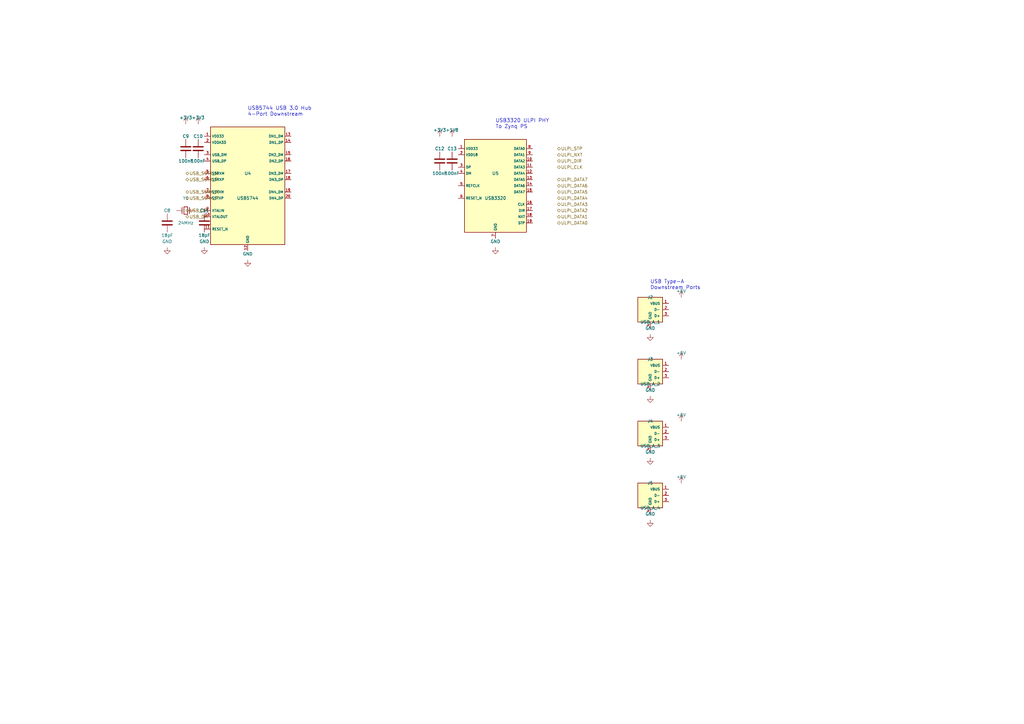
<source format=kicad_sch>
(kicad_sch (version 20250114) (generator "eeschema") (generator_version "9.0")
  (paper "A3")
  (title_block (title "USB 3.0 Hub Subsystem") (date "2024-12-11") (rev "1.0") (company "fcBoard Project") (comment 1 "USB5744 4-Port Hub + USB3320 ULPI PHY") (comment 2 "Embedded Symbols - No External Library Required"))
  (lib_symbols
    (symbol "fcBoard_USB:+1V8" (power) (pin_numbers (hide yes)) (pin_names (offset 0) (hide yes))
      (property "Value" "+1V8" (at 0 3.81 0))
      (symbol "+1V8_0_1"
        (polyline (pts (xy -0.762 1.27) (xy 0 2.54)))
        (polyline (pts (xy 0 2.54) (xy 0.762 1.27)))
        (polyline (pts (xy 0 0) (xy 0 2.54)))
      )
      (symbol "+1V8_1_1"
        (pin power_in line (at 0 0 90) (length 0) (name "~") (number "1"))
      )
    )
    (symbol "fcBoard_USB:+3V3" (power) (pin_numbers (hide yes)) (pin_names (offset 0) (hide yes))
      (property "Value" "+3V3" (at 0 3.81 0))
      (symbol "+3V3_0_1"
        (polyline (pts (xy -0.762 1.27) (xy 0 2.54)))
        (polyline (pts (xy 0 2.54) (xy 0.762 1.27)))
        (polyline (pts (xy 0 0) (xy 0 2.54)))
      )
      (symbol "+3V3_1_1"
        (pin power_in line (at 0 0 90) (length 0) (name "~") (number "1"))
      )
    )
    (symbol "fcBoard_USB:+5V" (power) (pin_numbers (hide yes)) (pin_names (offset 0) (hide yes))
      (property "Value" "+5V" (at 0 3.81 0))
      (symbol "+5V_0_1"
        (polyline (pts (xy -0.762 1.27) (xy 0 2.54)))
        (polyline (pts (xy 0 2.54) (xy 0.762 1.27)))
        (polyline (pts (xy 0 0) (xy 0 2.54)))
      )
      (symbol "+5V_1_1"
        (pin power_in line (at 0 0 90) (length 0) (name "~") (number "1"))
      )
    )
    (symbol "fcBoard_USB:C" (pin_numbers (hide yes)) (pin_names (offset 0.254))
      (property "Reference" "C" (at 0.635 2.54 0))
      (property "Value" "C" (at 0.635 -2.54 0))
      (symbol "C_0_1"
        (polyline (pts (xy -2.032 0.762) (xy 2.032 0.762)) (stroke (width 0.508)))
        (polyline (pts (xy -2.032 -0.762) (xy 2.032 -0.762)) (stroke (width 0.508)))
      )
      (symbol "C_1_1"
        (pin passive line (at 0 3.81 270) (length 2.794) (name "~") (number "1"))
        (pin passive line (at 0 -3.81 90) (length 2.794) (name "~") (number "2"))
      )
    )
    (symbol "fcBoard_USB:Crystal" (pin_numbers (hide yes)) (pin_names (offset 1.016) (hide yes))
      (property "Reference" "Y" (at 0 3.81 0))
      (property "Value" "Crystal" (at 0 -3.81 0))
      (symbol "Crystal_0_1"
        (polyline (pts (xy -1.524 -1.27) (xy -1.524 1.27)) (stroke (width 0.254)))
        (rectangle (start -0.762 -1.524) (end 0.762 1.524) (stroke (width 0.254)))
        (polyline (pts (xy 1.524 -1.27) (xy 1.524 1.27)) (stroke (width 0.254)))
      )
      (symbol "Crystal_1_1"
        (pin passive line (at -3.81 0 0) (length 2.286) (name "1") (number "1"))
        (pin passive line (at 3.81 0 180) (length 2.286) (name "2") (number "2"))
      )
    )
    (symbol "fcBoard_USB:GND" (power) (pin_numbers (hide yes)) (pin_names (offset 0) (hide yes))
      (property "Value" "GND" (at 0 -2.54 0))
      (symbol "GND_0_1"
        (polyline (pts (xy 0 0) (xy 0 -1.27) (xy 1.27 -1.27) (xy 0 -2.54) (xy -1.27 -1.27) (xy 0 -1.27)))
      )
      (symbol "GND_1_1"
        (pin power_in line (at 0 0 270) (length 0) (name "~") (number "1"))
      )
    )
    (symbol "fcBoard_USB:R" (pin_numbers (hide yes)) (pin_names (offset 0))
      (property "Reference" "R" (at 2.032 0 90))
      (property "Value" "R" (at 0 0 90))
      (symbol "R_0_1"
        (rectangle (start -1.016 -2.54) (end 1.016 2.54) (stroke (width 0.254)))
      )
      (symbol "R_1_1"
        (pin passive line (at 0 5.08 270) (length 2.54) (name "~") (number "1"))
        (pin passive line (at 0 -5.08 90) (length 2.54) (name "~") (number "2"))
      )
    )
    (symbol "fcBoard_USB:USB3320"
      (property "Reference" "U" (at 0 22.86 0))
      (property "Value" "USB3320" (at 0 20.32 0))
      (symbol "USB3320_0_1"
        (rectangle (start -12.7 19.05) (end 12.7 -19.05) (stroke (width 0.254)) (fill (type background)))
      )
      (symbol "USB3320_1_1"
        (pin power_in line (at -15.24 15.24 0) (length 2.54) (name "VDD33") (number "1"))
        (pin power_in line (at -15.24 12.7 0) (length 2.54) (name "VDD18") (number "2"))
        (pin bidirectional line (at -15.24 7.62 0) (length 2.54) (name "DP") (number "3"))
        (pin bidirectional line (at -15.24 5.08 0) (length 2.54) (name "DM") (number "4"))
        (pin input line (at -15.24 0 0) (length 2.54) (name "REFCLK") (number "5"))
        (pin input line (at -15.24 -5.08 0) (length 2.54) (name "RESET_N") (number "6"))
        (pin power_in line (at 0 -21.59 90) (length 2.54) (name "GND") (number "7"))
        (pin bidirectional line (at 15.24 15.24 180) (length 2.54) (name "DATA0") (number "8"))
        (pin bidirectional line (at 15.24 12.7 180) (length 2.54) (name "DATA1") (number "9"))
        (pin bidirectional line (at 15.24 10.16 180) (length 2.54) (name "DATA2") (number "10"))
        (pin bidirectional line (at 15.24 7.62 180) (length 2.54) (name "DATA3") (number "11"))
        (pin bidirectional line (at 15.24 5.08 180) (length 2.54) (name "DATA4") (number "12"))
        (pin bidirectional line (at 15.24 2.54 180) (length 2.54) (name "DATA5") (number "13"))
        (pin bidirectional line (at 15.24 0 180) (length 2.54) (name "DATA6") (number "14"))
        (pin bidirectional line (at 15.24 -2.54 180) (length 2.54) (name "DATA7") (number "15"))
        (pin output line (at 15.24 -7.62 180) (length 2.54) (name "CLK") (number "16"))
        (pin output line (at 15.24 -10.16 180) (length 2.54) (name "DIR") (number "17"))
        (pin output line (at 15.24 -12.7 180) (length 2.54) (name "NXT") (number "18"))
        (pin input line (at 15.24 -15.24 180) (length 2.54) (name "STP") (number "19"))
      )
    )
    (symbol "fcBoard_USB:USB5744"
      (property "Reference" "U" (at 0 27.94 0))
      (property "Value" "USB5744" (at 0 25.4 0))
      (symbol "USB5744_0_1"
        (rectangle (start -15.24 24.13) (end 15.24 -24.13) (stroke (width 0.254)) (fill (type background)))
      )
      (symbol "USB5744_1_1"
        (pin power_in line (at -17.78 20.32 0) (length 2.54) (name "VDD33") (number "1"))
        (pin power_in line (at -17.78 17.78 0) (length 2.54) (name "VDDA33") (number "2"))
        (pin bidirectional line (at -17.78 12.7 0) (length 2.54) (name "USB_DM") (number "3"))
        (pin bidirectional line (at -17.78 10.16 0) (length 2.54) (name "USB_DP") (number "4"))
        (pin bidirectional line (at -17.78 5.08 0) (length 2.54) (name "SSRXM") (number "5"))
        (pin bidirectional line (at -17.78 2.54 0) (length 2.54) (name "SSRXP") (number "6"))
        (pin bidirectional line (at -17.78 -2.54 0) (length 2.54) (name "SSTXM") (number "7"))
        (pin bidirectional line (at -17.78 -5.08 0) (length 2.54) (name "SSTXP") (number "8"))
        (pin input line (at -17.78 -10.16 0) (length 2.54) (name "XTALIN") (number "9"))
        (pin output line (at -17.78 -12.7 0) (length 2.54) (name "XTALOUT") (number "10"))
        (pin input line (at -17.78 -17.78 0) (length 2.54) (name "RESET_N") (number "11"))
        (pin power_in line (at 0 -26.67 90) (length 2.54) (name "GND") (number "12"))
        (pin bidirectional line (at 17.78 20.32 180) (length 2.54) (name "DN1_DM") (number "13"))
        (pin bidirectional line (at 17.78 17.78 180) (length 2.54) (name "DN1_DP") (number "14"))
        (pin bidirectional line (at 17.78 12.7 180) (length 2.54) (name "DN2_DM") (number "15"))
        (pin bidirectional line (at 17.78 10.16 180) (length 2.54) (name "DN2_DP") (number "16"))
        (pin bidirectional line (at 17.78 5.08 180) (length 2.54) (name "DN3_DM") (number "17"))
        (pin bidirectional line (at 17.78 2.54 180) (length 2.54) (name "DN3_DP") (number "18"))
        (pin bidirectional line (at 17.78 -2.54 180) (length 2.54) (name "DN4_DM") (number "19"))
        (pin bidirectional line (at 17.78 -5.08 180) (length 2.54) (name "DN4_DP") (number "20"))
      )
    )
    (symbol "fcBoard_USB:USB_A" (pin_names (offset 1.016))
      (property "Reference" "J" (at 0 7.62 0))
      (property "Value" "USB_A" (at 0 -7.62 0))
      (symbol "USB_A_0_1"
        (rectangle (start -5.08 5.08) (end 5.08 -5.08) (stroke (width 0.254)) (fill (type background)))
      )
      (symbol "USB_A_1_1"
        (pin power_in line (at 0 -7.62 90) (length 2.54) (name "GND") (number "4"))
        (pin power_out line (at 7.62 2.54 180) (length 2.54) (name "VBUS") (number "1"))
        (pin bidirectional line (at 7.62 0 180) (length 2.54) (name "D-") (number "2"))
        (pin bidirectional line (at 7.62 -2.54 180) (length 2.54) (name "D+") (number "3"))
      )
    )
  )
  (text "USB5744 USB 3.0 Hub\n4-Port Downstream" (at 101.6 45.72 0) (effects (font (size 1.5 1.5)) (justify left)))
  (text "USB Type-A\nDownstream Ports" (at 266.7 116.84 0) (effects (font (size 1.5 1.5)) (justify left)))
  (text "USB3320 ULPI PHY\nTo Zynq PS" (at 203.2 50.8 0) (effects (font (size 1.5 1.5)) (justify left)))
  (hierarchical_label "ULPI_DATA5" (shape bidirectional) (at 228.6 78.74 0))
  (hierarchical_label "USB_SSTX_P" (shape bidirectional) (at 76.2 73.66 0))
  (hierarchical_label "ULPI_DATA3" (shape bidirectional) (at 228.6 83.82 0))
  (hierarchical_label "USB_DM" (shape bidirectional) (at 76.2 88.9 0))
  (hierarchical_label "ULPI_DATA0" (shape bidirectional) (at 228.6 91.44 0))
  (hierarchical_label "USB_SSTX_M" (shape bidirectional) (at 76.2 71.12 0))
  (hierarchical_label "ULPI_DATA1" (shape bidirectional) (at 228.6 88.9 0))
  (hierarchical_label "ULPI_DIR" (shape bidirectional) (at 228.6 66.04 0))
  (hierarchical_label "ULPI_DATA4" (shape bidirectional) (at 228.6 81.28 0))
  (hierarchical_label "USB_SSRX_P" (shape bidirectional) (at 76.2 81.28 0))
  (hierarchical_label "ULPI_DATA7" (shape bidirectional) (at 228.6 73.66 0))
  (hierarchical_label "ULPI_NXT" (shape bidirectional) (at 228.6 63.5 0))
  (hierarchical_label "ULPI_DATA6" (shape bidirectional) (at 228.6 76.2 0))
  (hierarchical_label "USB_SSRX_M" (shape bidirectional) (at 76.2 78.74 0))
  (hierarchical_label "ULPI_DATA2" (shape bidirectional) (at 228.6 86.36 0))
  (hierarchical_label "ULPI_STP" (shape bidirectional) (at 228.6 60.96 0))
  (hierarchical_label "USB_DP" (shape bidirectional) (at 76.2 86.36 0))
  (hierarchical_label "ULPI_CLK" (shape bidirectional) (at 228.6 68.58 0))
  (symbol (lib_id "fcBoard_USB:GND") (at 266.7 213.36 0) (unit 1) (in_bom no)
    (property "Reference" "#PWR041" (effects (hide yes)))
    (property "Value" "GND" (at 266.7 210.82 0))
  )
  (symbol (lib_id "fcBoard_USB:GND") (at 266.7 187.96 0) (unit 1) (in_bom no)
    (property "Reference" "#PWR040" (effects (hide yes)))
    (property "Value" "GND" (at 266.7 185.42 0))
  )
  (symbol (lib_id "fcBoard_USB:USB_A") (at 266.7 152.4 0) (unit 1)
    (property "Reference" "J3" (at 266.7 147.32 0))
    (property "Value" "USB_A_2" (at 266.7 157.48 0))
    (property "Footprint" "Connector_USB:USB_A_Molex_105057-0001" (effects (hide yes)))
  )
  (symbol (lib_id "fcBoard_USB:+1V8") (at 185.42 55.88 0) (unit 1) (in_bom no)
    (property "Reference" "#PWR036" (effects (hide yes)))
    (property "Value" "+1V8" (at 185.42 53.34 0))
  )
  (symbol (lib_id "fcBoard_USB:USB_A") (at 266.7 177.8 0) (unit 1)
    (property "Reference" "J4" (at 266.7 172.72 0))
    (property "Value" "USB_A_3" (at 266.7 182.88 0))
    (property "Footprint" "Connector_USB:USB_A_Molex_105057-0001" (effects (hide yes)))
  )
  (symbol (lib_id "fcBoard_USB:USB_A") (at 266.7 127 0) (unit 1)
    (property "Reference" "J2" (at 266.7 121.92 0))
    (property "Value" "USB_A_1" (at 266.7 132.08 0))
    (property "Footprint" "Connector_USB:USB_A_Molex_105057-0001" (effects (hide yes)))
  )
  (symbol (lib_id "fcBoard_USB:C") (at 76.2 60.96 0) (unit 1)
    (property "Reference" "C9" (at 76.2 55.88 0))
    (property "Value" "100nF" (at 76.2 66.04 0))
    (property "Footprint" "jlc_components:C0402" (effects (hide yes)))
    (property "LCSC Part" "C11702" (effects (hide yes)))
  )
  (symbol (lib_id "fcBoard_USB:+3V3") (at 76.2 50.8 0) (unit 1) (in_bom no)
    (property "Reference" "#PWR031" (effects (hide yes)))
    (property "Value" "+3V3" (at 76.2 48.26 0))
  )
  (symbol (lib_id "fcBoard_USB:+5V") (at 279.4 147.32 0) (unit 1) (in_bom no)
    (property "Reference" "#PWR043" (effects (hide yes)))
    (property "Value" "+5V" (at 279.4 144.78 0))
  )
  (symbol (lib_id "fcBoard_USB:USB_A") (at 266.7 203.2 0) (unit 1)
    (property "Reference" "J5" (at 266.7 198.12 0))
    (property "Value" "USB_A_4" (at 266.7 208.28 0))
    (property "Footprint" "Connector_USB:USB_A_Molex_105057-0001" (effects (hide yes)))
  )
  (symbol (lib_id "fcBoard_USB:GND") (at 266.7 162.56 0) (unit 1) (in_bom no)
    (property "Reference" "#PWR039" (effects (hide yes)))
    (property "Value" "GND" (at 266.7 160.02 0))
  )
  (symbol (lib_id "fcBoard_USB:GND") (at 101.6 106.68 0) (unit 1) (in_bom no)
    (property "Reference" "#PWR034" (effects (hide yes)))
    (property "Value" "GND" (at 101.6 104.14 0))
  )
  (symbol (lib_id "fcBoard_USB:C") (at 68.58 91.44 0) (unit 1)
    (property "Reference" "C8" (at 68.58 86.36 0))
    (property "Value" "18pF" (at 68.58 96.52 0))
    (property "Footprint" "jlc_components:C0402" (effects (hide yes)))
  )
  (symbol (lib_id "fcBoard_USB:GND") (at 83.82 101.6 0) (unit 1) (in_bom no)
    (property "Reference" "#PWR033" (effects (hide yes)))
    (property "Value" "GND" (at 83.82 99.06 0))
  )
  (symbol (lib_id "fcBoard_USB:USB5744") (at 101.6 76.2 0) (unit 1)
    (property "Reference" "U4" (at 101.6 71.12 0))
    (property "Value" "USB5744" (at 101.6 81.28 0))
    (property "Footprint" "Package_QFP:LQFP-48_7x7mm_P0.5mm" (effects (hide yes)))
  )
  (symbol (lib_id "fcBoard_USB:C") (at 81.28 60.96 0) (unit 1)
    (property "Reference" "C10" (at 81.28 55.88 0))
    (property "Value" "100nF" (at 81.28 66.04 0))
    (property "Footprint" "jlc_components:C0402" (effects (hide yes)))
    (property "LCSC Part" "C11702" (effects (hide yes)))
  )
  (symbol (lib_id "fcBoard_USB:+3V3") (at 81.28 50.8 0) (unit 1) (in_bom no)
    (property "Reference" "#PWR032" (effects (hide yes)))
    (property "Value" "+3V3" (at 81.28 48.26 0))
  )
  (symbol (lib_id "fcBoard_USB:USB3320") (at 203.2 76.2 0) (unit 1)
    (property "Reference" "U5" (at 203.2 71.12 0))
    (property "Value" "USB3320" (at 203.2 81.28 0))
    (property "Footprint" "Package_QFP:QFN-32-1EP_5x5mm_P0.5mm" (effects (hide yes)))
  )
  (symbol (lib_id "fcBoard_USB:C") (at 180.34 66.04 0) (unit 1)
    (property "Reference" "C12" (at 180.34 60.96 0))
    (property "Value" "100nF" (at 180.34 71.12 0))
    (property "Footprint" "jlc_components:C0402" (effects (hide yes)))
    (property "LCSC Part" "C11702" (effects (hide yes)))
  )
  (symbol (lib_id "fcBoard_USB:+5V") (at 279.4 172.72 0) (unit 1) (in_bom no)
    (property "Reference" "#PWR044" (effects (hide yes)))
    (property "Value" "+5V" (at 279.4 170.18 0))
  )
  (symbol (lib_id "fcBoard_USB:+3V3") (at 180.34 55.88 0) (unit 1) (in_bom no)
    (property "Reference" "#PWR035" (effects (hide yes)))
    (property "Value" "+3V3" (at 180.34 53.34 0))
  )
  (symbol (lib_id "fcBoard_USB:GND") (at 266.7 137.16 0) (unit 1) (in_bom no)
    (property "Reference" "#PWR038" (effects (hide yes)))
    (property "Value" "GND" (at 266.7 134.62 0))
  )
  (symbol (lib_id "fcBoard_USB:Crystal") (at 76.2 86.36 0) (unit 1)
    (property "Reference" "Y1" (at 76.2 81.28 0))
    (property "Value" "24MHz" (at 76.2 91.44 0))
    (property "Footprint" "Crystal:Crystal_SMD_3215-2Pin_3.2x1.5mm" (effects (hide yes)))
  )
  (symbol (lib_id "fcBoard_USB:GND") (at 203.2 101.6 0) (unit 1) (in_bom no)
    (property "Reference" "#PWR037" (effects (hide yes)))
    (property "Value" "GND" (at 203.2 99.06 0))
  )
  (symbol (lib_id "fcBoard_USB:+5V") (at 279.4 121.92 0) (unit 1) (in_bom no)
    (property "Reference" "#PWR042" (effects (hide yes)))
    (property "Value" "+5V" (at 279.4 119.38 0))
  )
  (symbol (lib_id "fcBoard_USB:GND") (at 68.58 101.6 0) (unit 1) (in_bom no)
    (property "Reference" "#PWR030" (effects (hide yes)))
    (property "Value" "GND" (at 68.58 99.06 0))
  )
  (symbol (lib_id "fcBoard_USB:C") (at 185.42 66.04 0) (unit 1)
    (property "Reference" "C13" (at 185.42 60.96 0))
    (property "Value" "100nF" (at 185.42 71.12 0))
    (property "Footprint" "jlc_components:C0402" (effects (hide yes)))
    (property "LCSC Part" "C11702" (effects (hide yes)))
  )
  (symbol (lib_id "fcBoard_USB:C") (at 83.82 91.44 0) (unit 1)
    (property "Reference" "C11" (at 83.82 86.36 0))
    (property "Value" "18pF" (at 83.82 96.52 0))
    (property "Footprint" "jlc_components:C0402" (effects (hide yes)))
  )
  (symbol (lib_id "fcBoard_USB:+5V") (at 279.4 198.12 0) (unit 1) (in_bom no)
    (property "Reference" "#PWR045" (effects (hide yes)))
    (property "Value" "+5V" (at 279.4 195.58 0))
  )
)
</source>
